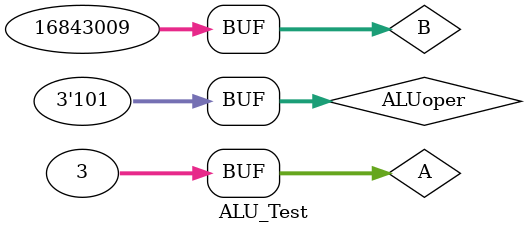
<source format=v>
`timescale 1ns / 1ps


module ALU_Test;

	// Inputs
	reg [31:0] A;
	reg [31:0] B;
	reg [2:0] ALUoper;

	// Outputs
	wire zero;
	wire [31:0] result;
	wire overflow;

	// Instantiate the Unit Under Test (UUT)
	ALU uut (
		.A(A), 
		.B(B), 
		.ALUoper(ALUoper), 
		.zero(zero), 
		.result(result), 
		.overflow(overflow)
	);

	initial begin
		// Initialize Inputs
		A = 0;
		B = 0;
		ALUoper = 0;

		// Wait 100 ns for global reset to finish
		#100;
        
		// Add stimulus here
		A = 32'hA5A5A5A5;
		B = 32'h5A5A5A5A;
		ALUoper = 3'b111; #100; //slt
		ALUoper = 3'b110; #100; //sub
		ALUoper = 3'b101; #100; //srl
		ALUoper = 3'b100; #100; //nor
		ALUoper = 3'b011; #100; //xor
		ALUoper = 3'b010; #100; //add
		ALUoper = 3'b001; #100; //or
		ALUoper = 3'b000; #100; //and
		A = 32'h01234567;
		B = 32'h76543210;
		ALUoper = 3'b111; #100; //slt
		A = 32'hFFFFFFFF;
		B = 32'h80000000;
		ALUoper = 3'b010; #100; //add overflow
		A = 32'h00000003;
		B = 32'h01010101;
		ALUoper = 3'b101; #100; //srl
	end
      
endmodule


</source>
